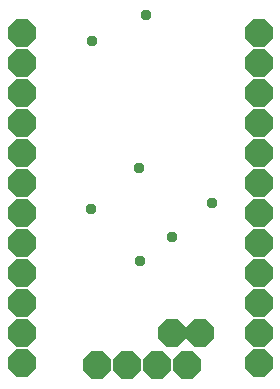
<source format=gbs>
G04 EAGLE Gerber X2 export*
%TF.Part,Single*%
%TF.FileFunction,Soldermask,Bot,1*%
%TF.FilePolarity,Negative*%
%TF.GenerationSoftware,Autodesk,EAGLE,9.0.0*%
%TF.CreationDate,2018-06-07T14:32:50Z*%
G75*
%MOMM*%
%FSLAX34Y34*%
%LPD*%
%AMOC8*
5,1,8,0,0,1.08239X$1,22.5*%
G01*
%ADD10P,2.556822X8X112.500000*%
%ADD11P,2.556822X8X292.500000*%
%ADD12P,2.556822X8X22.500000*%
%ADD13C,0.959600*%


D10*
X25400Y279400D03*
X25400Y203200D03*
X25400Y127000D03*
X25400Y50800D03*
D11*
X226060Y50800D03*
X226060Y127000D03*
X226060Y203200D03*
X226060Y279400D03*
D10*
X25400Y304800D03*
X25400Y228600D03*
X25400Y152400D03*
X25400Y76200D03*
D11*
X226060Y76200D03*
X226060Y152400D03*
X226060Y228600D03*
X226060Y304800D03*
D10*
X25400Y254000D03*
X25400Y177800D03*
X25400Y101600D03*
X25400Y25400D03*
D11*
X226060Y25400D03*
X226060Y101600D03*
X226060Y177800D03*
X226060Y254000D03*
D12*
X165100Y24130D03*
X139700Y24130D03*
X114300Y24130D03*
X88900Y24130D03*
D10*
X152400Y50800D03*
X176530Y50800D03*
D13*
X130810Y320040D03*
X125730Y111760D03*
X124460Y190500D03*
X85090Y298450D03*
X186690Y161290D03*
X83820Y156210D03*
X152400Y132080D03*
M02*

</source>
